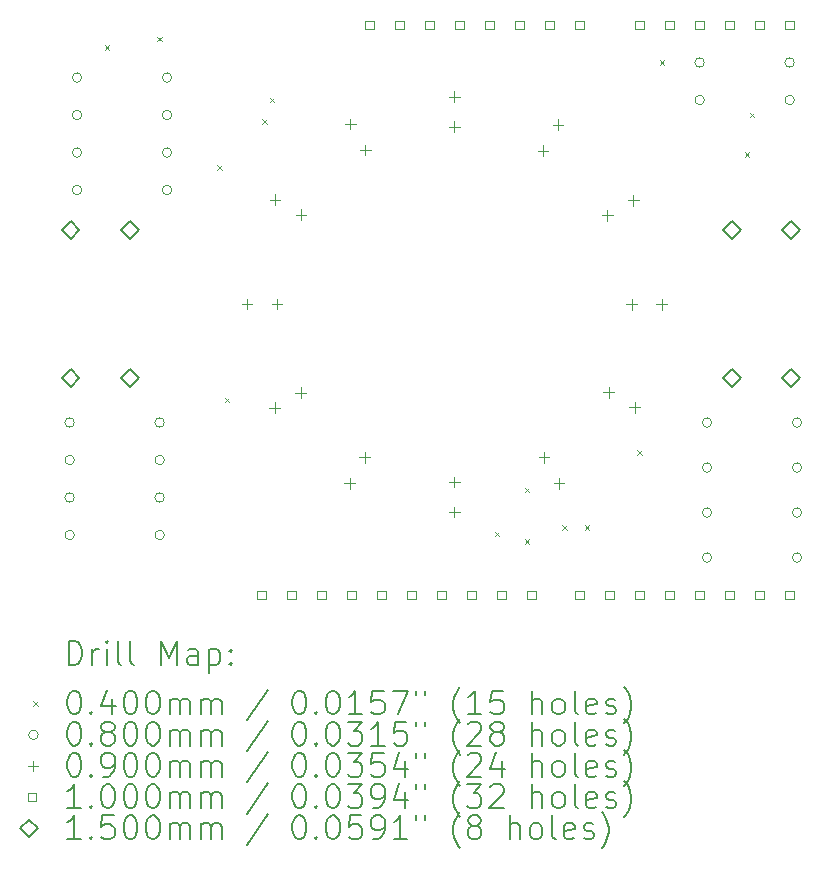
<source format=gbr>
%TF.GenerationSoftware,KiCad,Pcbnew,(6.0.7)*%
%TF.CreationDate,2022-08-22T17:27:25+09:00*%
%TF.ProjectId,LedRouletteShield,4c656452-6f75-46c6-9574-746553686965,rev?*%
%TF.SameCoordinates,Original*%
%TF.FileFunction,Drillmap*%
%TF.FilePolarity,Positive*%
%FSLAX45Y45*%
G04 Gerber Fmt 4.5, Leading zero omitted, Abs format (unit mm)*
G04 Created by KiCad (PCBNEW (6.0.7)) date 2022-08-22 17:27:25*
%MOMM*%
%LPD*%
G01*
G04 APERTURE LIST*
%ADD10C,0.200000*%
%ADD11C,0.040000*%
%ADD12C,0.080000*%
%ADD13C,0.090000*%
%ADD14C,0.100000*%
%ADD15C,0.150000*%
G04 APERTURE END LIST*
D10*
D11*
X14839000Y-3409000D02*
X14879000Y-3449000D01*
X14879000Y-3409000D02*
X14839000Y-3449000D01*
X15283500Y-3336550D02*
X15323500Y-3376550D01*
X15323500Y-3336550D02*
X15283500Y-3376550D01*
X15791500Y-4425000D02*
X15831500Y-4465000D01*
X15831500Y-4425000D02*
X15791500Y-4465000D01*
X15855000Y-6393500D02*
X15895000Y-6433500D01*
X15895000Y-6393500D02*
X15855000Y-6433500D01*
X16172500Y-4035050D02*
X16212500Y-4075050D01*
X16212500Y-4035050D02*
X16172500Y-4075050D01*
X16236000Y-3853500D02*
X16276000Y-3893500D01*
X16276000Y-3853500D02*
X16236000Y-3893500D01*
X18141000Y-7527550D02*
X18181000Y-7567550D01*
X18181000Y-7527550D02*
X18141000Y-7567550D01*
X18395000Y-7155500D02*
X18435000Y-7195500D01*
X18435000Y-7155500D02*
X18395000Y-7195500D01*
X18395000Y-7591050D02*
X18435000Y-7631050D01*
X18435000Y-7591050D02*
X18395000Y-7631050D01*
X18712500Y-7473000D02*
X18752500Y-7513000D01*
X18752500Y-7473000D02*
X18712500Y-7513000D01*
X18903000Y-7473000D02*
X18943000Y-7513000D01*
X18943000Y-7473000D02*
X18903000Y-7513000D01*
X19347500Y-6838000D02*
X19387500Y-6878000D01*
X19387500Y-6838000D02*
X19347500Y-6878000D01*
X19538000Y-3536000D02*
X19578000Y-3576000D01*
X19578000Y-3536000D02*
X19538000Y-3576000D01*
X20255980Y-4317480D02*
X20295980Y-4357480D01*
X20295980Y-4317480D02*
X20255980Y-4357480D01*
X20300000Y-3980500D02*
X20340000Y-4020500D01*
X20340000Y-3980500D02*
X20300000Y-4020500D01*
D12*
X14581500Y-6604000D02*
G75*
G03*
X14581500Y-6604000I-40000J0D01*
G01*
X14581500Y-6921500D02*
G75*
G03*
X14581500Y-6921500I-40000J0D01*
G01*
X14581500Y-7239000D02*
G75*
G03*
X14581500Y-7239000I-40000J0D01*
G01*
X14581500Y-7556500D02*
G75*
G03*
X14581500Y-7556500I-40000J0D01*
G01*
X14645000Y-3683000D02*
G75*
G03*
X14645000Y-3683000I-40000J0D01*
G01*
X14645000Y-4000500D02*
G75*
G03*
X14645000Y-4000500I-40000J0D01*
G01*
X14645000Y-4318000D02*
G75*
G03*
X14645000Y-4318000I-40000J0D01*
G01*
X14645000Y-4635500D02*
G75*
G03*
X14645000Y-4635500I-40000J0D01*
G01*
X15343500Y-6604000D02*
G75*
G03*
X15343500Y-6604000I-40000J0D01*
G01*
X15343500Y-6921500D02*
G75*
G03*
X15343500Y-6921500I-40000J0D01*
G01*
X15343500Y-7239000D02*
G75*
G03*
X15343500Y-7239000I-40000J0D01*
G01*
X15343500Y-7556500D02*
G75*
G03*
X15343500Y-7556500I-40000J0D01*
G01*
X15407000Y-3683000D02*
G75*
G03*
X15407000Y-3683000I-40000J0D01*
G01*
X15407000Y-4000500D02*
G75*
G03*
X15407000Y-4000500I-40000J0D01*
G01*
X15407000Y-4318000D02*
G75*
G03*
X15407000Y-4318000I-40000J0D01*
G01*
X15407000Y-4635500D02*
G75*
G03*
X15407000Y-4635500I-40000J0D01*
G01*
X19915500Y-3556000D02*
G75*
G03*
X19915500Y-3556000I-40000J0D01*
G01*
X19915500Y-3873500D02*
G75*
G03*
X19915500Y-3873500I-40000J0D01*
G01*
X19979000Y-6604000D02*
G75*
G03*
X19979000Y-6604000I-40000J0D01*
G01*
X19979000Y-6985000D02*
G75*
G03*
X19979000Y-6985000I-40000J0D01*
G01*
X19979000Y-7366000D02*
G75*
G03*
X19979000Y-7366000I-40000J0D01*
G01*
X19979000Y-7747000D02*
G75*
G03*
X19979000Y-7747000I-40000J0D01*
G01*
X20677500Y-3556000D02*
G75*
G03*
X20677500Y-3556000I-40000J0D01*
G01*
X20677500Y-3873500D02*
G75*
G03*
X20677500Y-3873500I-40000J0D01*
G01*
X20741000Y-6604000D02*
G75*
G03*
X20741000Y-6604000I-40000J0D01*
G01*
X20741000Y-6985000D02*
G75*
G03*
X20741000Y-6985000I-40000J0D01*
G01*
X20741000Y-7366000D02*
G75*
G03*
X20741000Y-7366000I-40000J0D01*
G01*
X20741000Y-7747000D02*
G75*
G03*
X20741000Y-7747000I-40000J0D01*
G01*
D13*
X16042500Y-5557000D02*
X16042500Y-5647000D01*
X15997500Y-5602000D02*
X16087500Y-5602000D01*
X16277029Y-6432000D02*
X16277029Y-6522000D01*
X16232029Y-6477000D02*
X16322029Y-6477000D01*
X16282029Y-4673000D02*
X16282029Y-4763000D01*
X16237029Y-4718000D02*
X16327029Y-4718000D01*
X16296500Y-5557000D02*
X16296500Y-5647000D01*
X16251500Y-5602000D02*
X16341500Y-5602000D01*
X16497000Y-6305000D02*
X16497000Y-6395000D01*
X16452000Y-6350000D02*
X16542000Y-6350000D01*
X16502000Y-4800000D02*
X16502000Y-4890000D01*
X16457000Y-4845000D02*
X16547000Y-4845000D01*
X16912000Y-7074970D02*
X16912000Y-7164970D01*
X16867000Y-7119970D02*
X16957000Y-7119970D01*
X16918000Y-4033029D02*
X16918000Y-4123029D01*
X16873000Y-4078029D02*
X16963000Y-4078029D01*
X17039000Y-6855000D02*
X17039000Y-6945000D01*
X16994000Y-6900000D02*
X17084000Y-6900000D01*
X17045000Y-4253000D02*
X17045000Y-4343000D01*
X17000000Y-4298000D02*
X17090000Y-4298000D01*
X17798000Y-7062000D02*
X17798000Y-7152000D01*
X17753000Y-7107000D02*
X17843000Y-7107000D01*
X17798000Y-7316000D02*
X17798000Y-7406000D01*
X17753000Y-7361000D02*
X17843000Y-7361000D01*
X17800000Y-3801000D02*
X17800000Y-3891000D01*
X17755000Y-3846000D02*
X17845000Y-3846000D01*
X17800000Y-4055000D02*
X17800000Y-4145000D01*
X17755000Y-4100000D02*
X17845000Y-4100000D01*
X18550000Y-4258000D02*
X18550000Y-4348000D01*
X18505000Y-4303000D02*
X18595000Y-4303000D01*
X18558000Y-6853000D02*
X18558000Y-6943000D01*
X18513000Y-6898000D02*
X18603000Y-6898000D01*
X18677000Y-4038029D02*
X18677000Y-4128029D01*
X18632000Y-4083029D02*
X18722000Y-4083029D01*
X18685000Y-7072970D02*
X18685000Y-7162970D01*
X18640000Y-7117970D02*
X18730000Y-7117970D01*
X19095000Y-4805000D02*
X19095000Y-4895000D01*
X19050000Y-4850000D02*
X19140000Y-4850000D01*
X19105000Y-6303000D02*
X19105000Y-6393000D01*
X19060000Y-6348000D02*
X19150000Y-6348000D01*
X19301000Y-5559000D02*
X19301000Y-5649000D01*
X19256000Y-5604000D02*
X19346000Y-5604000D01*
X19314971Y-4678000D02*
X19314971Y-4768000D01*
X19269971Y-4723000D02*
X19359971Y-4723000D01*
X19324971Y-6430000D02*
X19324971Y-6520000D01*
X19279971Y-6475000D02*
X19369971Y-6475000D01*
X19555000Y-5559000D02*
X19555000Y-5649000D01*
X19510000Y-5604000D02*
X19600000Y-5604000D01*
D14*
X16202856Y-8099856D02*
X16202856Y-8029144D01*
X16132144Y-8029144D01*
X16132144Y-8099856D01*
X16202856Y-8099856D01*
X16456856Y-8099856D02*
X16456856Y-8029144D01*
X16386144Y-8029144D01*
X16386144Y-8099856D01*
X16456856Y-8099856D01*
X16710856Y-8099856D02*
X16710856Y-8029144D01*
X16640144Y-8029144D01*
X16640144Y-8099856D01*
X16710856Y-8099856D01*
X16964856Y-8099856D02*
X16964856Y-8029144D01*
X16894144Y-8029144D01*
X16894144Y-8099856D01*
X16964856Y-8099856D01*
X17116856Y-3273856D02*
X17116856Y-3203144D01*
X17046144Y-3203144D01*
X17046144Y-3273856D01*
X17116856Y-3273856D01*
X17218856Y-8099856D02*
X17218856Y-8029144D01*
X17148144Y-8029144D01*
X17148144Y-8099856D01*
X17218856Y-8099856D01*
X17370856Y-3273856D02*
X17370856Y-3203144D01*
X17300144Y-3203144D01*
X17300144Y-3273856D01*
X17370856Y-3273856D01*
X17472856Y-8099856D02*
X17472856Y-8029144D01*
X17402144Y-8029144D01*
X17402144Y-8099856D01*
X17472856Y-8099856D01*
X17624856Y-3273856D02*
X17624856Y-3203144D01*
X17554144Y-3203144D01*
X17554144Y-3273856D01*
X17624856Y-3273856D01*
X17726856Y-8099856D02*
X17726856Y-8029144D01*
X17656144Y-8029144D01*
X17656144Y-8099856D01*
X17726856Y-8099856D01*
X17878856Y-3273856D02*
X17878856Y-3203144D01*
X17808144Y-3203144D01*
X17808144Y-3273856D01*
X17878856Y-3273856D01*
X17980856Y-8099856D02*
X17980856Y-8029144D01*
X17910144Y-8029144D01*
X17910144Y-8099856D01*
X17980856Y-8099856D01*
X18132856Y-3273856D02*
X18132856Y-3203144D01*
X18062144Y-3203144D01*
X18062144Y-3273856D01*
X18132856Y-3273856D01*
X18234856Y-8099856D02*
X18234856Y-8029144D01*
X18164144Y-8029144D01*
X18164144Y-8099856D01*
X18234856Y-8099856D01*
X18386856Y-3273856D02*
X18386856Y-3203144D01*
X18316144Y-3203144D01*
X18316144Y-3273856D01*
X18386856Y-3273856D01*
X18488856Y-8099856D02*
X18488856Y-8029144D01*
X18418144Y-8029144D01*
X18418144Y-8099856D01*
X18488856Y-8099856D01*
X18640856Y-3273856D02*
X18640856Y-3203144D01*
X18570144Y-3203144D01*
X18570144Y-3273856D01*
X18640856Y-3273856D01*
X18894856Y-3273856D02*
X18894856Y-3203144D01*
X18824144Y-3203144D01*
X18824144Y-3273856D01*
X18894856Y-3273856D01*
X18894856Y-8099856D02*
X18894856Y-8029144D01*
X18824144Y-8029144D01*
X18824144Y-8099856D01*
X18894856Y-8099856D01*
X19148856Y-8099856D02*
X19148856Y-8029144D01*
X19078144Y-8029144D01*
X19078144Y-8099856D01*
X19148856Y-8099856D01*
X19402856Y-3273856D02*
X19402856Y-3203144D01*
X19332144Y-3203144D01*
X19332144Y-3273856D01*
X19402856Y-3273856D01*
X19402856Y-8099856D02*
X19402856Y-8029144D01*
X19332144Y-8029144D01*
X19332144Y-8099856D01*
X19402856Y-8099856D01*
X19656856Y-3273856D02*
X19656856Y-3203144D01*
X19586144Y-3203144D01*
X19586144Y-3273856D01*
X19656856Y-3273856D01*
X19656856Y-8099856D02*
X19656856Y-8029144D01*
X19586144Y-8029144D01*
X19586144Y-8099856D01*
X19656856Y-8099856D01*
X19910856Y-3273856D02*
X19910856Y-3203144D01*
X19840144Y-3203144D01*
X19840144Y-3273856D01*
X19910856Y-3273856D01*
X19910856Y-8099856D02*
X19910856Y-8029144D01*
X19840144Y-8029144D01*
X19840144Y-8099856D01*
X19910856Y-8099856D01*
X20164856Y-3273856D02*
X20164856Y-3203144D01*
X20094144Y-3203144D01*
X20094144Y-3273856D01*
X20164856Y-3273856D01*
X20164856Y-8099856D02*
X20164856Y-8029144D01*
X20094144Y-8029144D01*
X20094144Y-8099856D01*
X20164856Y-8099856D01*
X20418856Y-3273856D02*
X20418856Y-3203144D01*
X20348144Y-3203144D01*
X20348144Y-3273856D01*
X20418856Y-3273856D01*
X20418856Y-8099856D02*
X20418856Y-8029144D01*
X20348144Y-8029144D01*
X20348144Y-8099856D01*
X20418856Y-8099856D01*
X20672856Y-3273856D02*
X20672856Y-3203144D01*
X20602144Y-3203144D01*
X20602144Y-3273856D01*
X20672856Y-3273856D01*
X20672856Y-8099856D02*
X20672856Y-8029144D01*
X20602144Y-8029144D01*
X20602144Y-8099856D01*
X20672856Y-8099856D01*
D15*
X14550000Y-5050000D02*
X14625000Y-4975000D01*
X14550000Y-4900000D01*
X14475000Y-4975000D01*
X14550000Y-5050000D01*
X14550000Y-6300000D02*
X14625000Y-6225000D01*
X14550000Y-6150000D01*
X14475000Y-6225000D01*
X14550000Y-6300000D01*
X15050000Y-5050000D02*
X15125000Y-4975000D01*
X15050000Y-4900000D01*
X14975000Y-4975000D01*
X15050000Y-5050000D01*
X15050000Y-6300000D02*
X15125000Y-6225000D01*
X15050000Y-6150000D01*
X14975000Y-6225000D01*
X15050000Y-6300000D01*
X20150000Y-5050000D02*
X20225000Y-4975000D01*
X20150000Y-4900000D01*
X20075000Y-4975000D01*
X20150000Y-5050000D01*
X20150000Y-6300000D02*
X20225000Y-6225000D01*
X20150000Y-6150000D01*
X20075000Y-6225000D01*
X20150000Y-6300000D01*
X20650000Y-5050000D02*
X20725000Y-4975000D01*
X20650000Y-4900000D01*
X20575000Y-4975000D01*
X20650000Y-5050000D01*
X20650000Y-6300000D02*
X20725000Y-6225000D01*
X20650000Y-6150000D01*
X20575000Y-6225000D01*
X20650000Y-6300000D01*
D10*
X14533119Y-8654976D02*
X14533119Y-8454976D01*
X14580738Y-8454976D01*
X14609309Y-8464500D01*
X14628357Y-8483548D01*
X14637881Y-8502595D01*
X14647405Y-8540690D01*
X14647405Y-8569262D01*
X14637881Y-8607357D01*
X14628357Y-8626405D01*
X14609309Y-8645452D01*
X14580738Y-8654976D01*
X14533119Y-8654976D01*
X14733119Y-8654976D02*
X14733119Y-8521643D01*
X14733119Y-8559738D02*
X14742643Y-8540690D01*
X14752167Y-8531167D01*
X14771214Y-8521643D01*
X14790262Y-8521643D01*
X14856928Y-8654976D02*
X14856928Y-8521643D01*
X14856928Y-8454976D02*
X14847405Y-8464500D01*
X14856928Y-8474024D01*
X14866452Y-8464500D01*
X14856928Y-8454976D01*
X14856928Y-8474024D01*
X14980738Y-8654976D02*
X14961690Y-8645452D01*
X14952167Y-8626405D01*
X14952167Y-8454976D01*
X15085500Y-8654976D02*
X15066452Y-8645452D01*
X15056928Y-8626405D01*
X15056928Y-8454976D01*
X15314071Y-8654976D02*
X15314071Y-8454976D01*
X15380738Y-8597833D01*
X15447405Y-8454976D01*
X15447405Y-8654976D01*
X15628357Y-8654976D02*
X15628357Y-8550214D01*
X15618833Y-8531167D01*
X15599786Y-8521643D01*
X15561690Y-8521643D01*
X15542643Y-8531167D01*
X15628357Y-8645452D02*
X15609309Y-8654976D01*
X15561690Y-8654976D01*
X15542643Y-8645452D01*
X15533119Y-8626405D01*
X15533119Y-8607357D01*
X15542643Y-8588310D01*
X15561690Y-8578786D01*
X15609309Y-8578786D01*
X15628357Y-8569262D01*
X15723595Y-8521643D02*
X15723595Y-8721643D01*
X15723595Y-8531167D02*
X15742643Y-8521643D01*
X15780738Y-8521643D01*
X15799786Y-8531167D01*
X15809309Y-8540690D01*
X15818833Y-8559738D01*
X15818833Y-8616881D01*
X15809309Y-8635929D01*
X15799786Y-8645452D01*
X15780738Y-8654976D01*
X15742643Y-8654976D01*
X15723595Y-8645452D01*
X15904548Y-8635929D02*
X15914071Y-8645452D01*
X15904548Y-8654976D01*
X15895024Y-8645452D01*
X15904548Y-8635929D01*
X15904548Y-8654976D01*
X15904548Y-8531167D02*
X15914071Y-8540690D01*
X15904548Y-8550214D01*
X15895024Y-8540690D01*
X15904548Y-8531167D01*
X15904548Y-8550214D01*
D11*
X14235500Y-8964500D02*
X14275500Y-9004500D01*
X14275500Y-8964500D02*
X14235500Y-9004500D01*
D10*
X14571214Y-8874976D02*
X14590262Y-8874976D01*
X14609309Y-8884500D01*
X14618833Y-8894024D01*
X14628357Y-8913071D01*
X14637881Y-8951167D01*
X14637881Y-8998786D01*
X14628357Y-9036881D01*
X14618833Y-9055929D01*
X14609309Y-9065452D01*
X14590262Y-9074976D01*
X14571214Y-9074976D01*
X14552167Y-9065452D01*
X14542643Y-9055929D01*
X14533119Y-9036881D01*
X14523595Y-8998786D01*
X14523595Y-8951167D01*
X14533119Y-8913071D01*
X14542643Y-8894024D01*
X14552167Y-8884500D01*
X14571214Y-8874976D01*
X14723595Y-9055929D02*
X14733119Y-9065452D01*
X14723595Y-9074976D01*
X14714071Y-9065452D01*
X14723595Y-9055929D01*
X14723595Y-9074976D01*
X14904548Y-8941643D02*
X14904548Y-9074976D01*
X14856928Y-8865452D02*
X14809309Y-9008310D01*
X14933119Y-9008310D01*
X15047405Y-8874976D02*
X15066452Y-8874976D01*
X15085500Y-8884500D01*
X15095024Y-8894024D01*
X15104548Y-8913071D01*
X15114071Y-8951167D01*
X15114071Y-8998786D01*
X15104548Y-9036881D01*
X15095024Y-9055929D01*
X15085500Y-9065452D01*
X15066452Y-9074976D01*
X15047405Y-9074976D01*
X15028357Y-9065452D01*
X15018833Y-9055929D01*
X15009309Y-9036881D01*
X14999786Y-8998786D01*
X14999786Y-8951167D01*
X15009309Y-8913071D01*
X15018833Y-8894024D01*
X15028357Y-8884500D01*
X15047405Y-8874976D01*
X15237881Y-8874976D02*
X15256928Y-8874976D01*
X15275976Y-8884500D01*
X15285500Y-8894024D01*
X15295024Y-8913071D01*
X15304548Y-8951167D01*
X15304548Y-8998786D01*
X15295024Y-9036881D01*
X15285500Y-9055929D01*
X15275976Y-9065452D01*
X15256928Y-9074976D01*
X15237881Y-9074976D01*
X15218833Y-9065452D01*
X15209309Y-9055929D01*
X15199786Y-9036881D01*
X15190262Y-8998786D01*
X15190262Y-8951167D01*
X15199786Y-8913071D01*
X15209309Y-8894024D01*
X15218833Y-8884500D01*
X15237881Y-8874976D01*
X15390262Y-9074976D02*
X15390262Y-8941643D01*
X15390262Y-8960690D02*
X15399786Y-8951167D01*
X15418833Y-8941643D01*
X15447405Y-8941643D01*
X15466452Y-8951167D01*
X15475976Y-8970214D01*
X15475976Y-9074976D01*
X15475976Y-8970214D02*
X15485500Y-8951167D01*
X15504548Y-8941643D01*
X15533119Y-8941643D01*
X15552167Y-8951167D01*
X15561690Y-8970214D01*
X15561690Y-9074976D01*
X15656928Y-9074976D02*
X15656928Y-8941643D01*
X15656928Y-8960690D02*
X15666452Y-8951167D01*
X15685500Y-8941643D01*
X15714071Y-8941643D01*
X15733119Y-8951167D01*
X15742643Y-8970214D01*
X15742643Y-9074976D01*
X15742643Y-8970214D02*
X15752167Y-8951167D01*
X15771214Y-8941643D01*
X15799786Y-8941643D01*
X15818833Y-8951167D01*
X15828357Y-8970214D01*
X15828357Y-9074976D01*
X16218833Y-8865452D02*
X16047405Y-9122595D01*
X16475976Y-8874976D02*
X16495024Y-8874976D01*
X16514071Y-8884500D01*
X16523595Y-8894024D01*
X16533119Y-8913071D01*
X16542643Y-8951167D01*
X16542643Y-8998786D01*
X16533119Y-9036881D01*
X16523595Y-9055929D01*
X16514071Y-9065452D01*
X16495024Y-9074976D01*
X16475976Y-9074976D01*
X16456928Y-9065452D01*
X16447405Y-9055929D01*
X16437881Y-9036881D01*
X16428357Y-8998786D01*
X16428357Y-8951167D01*
X16437881Y-8913071D01*
X16447405Y-8894024D01*
X16456928Y-8884500D01*
X16475976Y-8874976D01*
X16628357Y-9055929D02*
X16637881Y-9065452D01*
X16628357Y-9074976D01*
X16618833Y-9065452D01*
X16628357Y-9055929D01*
X16628357Y-9074976D01*
X16761690Y-8874976D02*
X16780738Y-8874976D01*
X16799786Y-8884500D01*
X16809310Y-8894024D01*
X16818833Y-8913071D01*
X16828357Y-8951167D01*
X16828357Y-8998786D01*
X16818833Y-9036881D01*
X16809310Y-9055929D01*
X16799786Y-9065452D01*
X16780738Y-9074976D01*
X16761690Y-9074976D01*
X16742643Y-9065452D01*
X16733119Y-9055929D01*
X16723595Y-9036881D01*
X16714071Y-8998786D01*
X16714071Y-8951167D01*
X16723595Y-8913071D01*
X16733119Y-8894024D01*
X16742643Y-8884500D01*
X16761690Y-8874976D01*
X17018833Y-9074976D02*
X16904548Y-9074976D01*
X16961690Y-9074976D02*
X16961690Y-8874976D01*
X16942643Y-8903548D01*
X16923595Y-8922595D01*
X16904548Y-8932119D01*
X17199786Y-8874976D02*
X17104548Y-8874976D01*
X17095024Y-8970214D01*
X17104548Y-8960690D01*
X17123595Y-8951167D01*
X17171214Y-8951167D01*
X17190262Y-8960690D01*
X17199786Y-8970214D01*
X17209310Y-8989262D01*
X17209310Y-9036881D01*
X17199786Y-9055929D01*
X17190262Y-9065452D01*
X17171214Y-9074976D01*
X17123595Y-9074976D01*
X17104548Y-9065452D01*
X17095024Y-9055929D01*
X17275976Y-8874976D02*
X17409310Y-8874976D01*
X17323595Y-9074976D01*
X17475976Y-8874976D02*
X17475976Y-8913071D01*
X17552167Y-8874976D02*
X17552167Y-8913071D01*
X17847405Y-9151167D02*
X17837881Y-9141643D01*
X17818833Y-9113071D01*
X17809310Y-9094024D01*
X17799786Y-9065452D01*
X17790262Y-9017833D01*
X17790262Y-8979738D01*
X17799786Y-8932119D01*
X17809310Y-8903548D01*
X17818833Y-8884500D01*
X17837881Y-8855929D01*
X17847405Y-8846405D01*
X18028357Y-9074976D02*
X17914071Y-9074976D01*
X17971214Y-9074976D02*
X17971214Y-8874976D01*
X17952167Y-8903548D01*
X17933119Y-8922595D01*
X17914071Y-8932119D01*
X18209310Y-8874976D02*
X18114071Y-8874976D01*
X18104548Y-8970214D01*
X18114071Y-8960690D01*
X18133119Y-8951167D01*
X18180738Y-8951167D01*
X18199786Y-8960690D01*
X18209310Y-8970214D01*
X18218833Y-8989262D01*
X18218833Y-9036881D01*
X18209310Y-9055929D01*
X18199786Y-9065452D01*
X18180738Y-9074976D01*
X18133119Y-9074976D01*
X18114071Y-9065452D01*
X18104548Y-9055929D01*
X18456929Y-9074976D02*
X18456929Y-8874976D01*
X18542643Y-9074976D02*
X18542643Y-8970214D01*
X18533119Y-8951167D01*
X18514071Y-8941643D01*
X18485500Y-8941643D01*
X18466452Y-8951167D01*
X18456929Y-8960690D01*
X18666452Y-9074976D02*
X18647405Y-9065452D01*
X18637881Y-9055929D01*
X18628357Y-9036881D01*
X18628357Y-8979738D01*
X18637881Y-8960690D01*
X18647405Y-8951167D01*
X18666452Y-8941643D01*
X18695024Y-8941643D01*
X18714071Y-8951167D01*
X18723595Y-8960690D01*
X18733119Y-8979738D01*
X18733119Y-9036881D01*
X18723595Y-9055929D01*
X18714071Y-9065452D01*
X18695024Y-9074976D01*
X18666452Y-9074976D01*
X18847405Y-9074976D02*
X18828357Y-9065452D01*
X18818833Y-9046405D01*
X18818833Y-8874976D01*
X18999786Y-9065452D02*
X18980738Y-9074976D01*
X18942643Y-9074976D01*
X18923595Y-9065452D01*
X18914071Y-9046405D01*
X18914071Y-8970214D01*
X18923595Y-8951167D01*
X18942643Y-8941643D01*
X18980738Y-8941643D01*
X18999786Y-8951167D01*
X19009310Y-8970214D01*
X19009310Y-8989262D01*
X18914071Y-9008310D01*
X19085500Y-9065452D02*
X19104548Y-9074976D01*
X19142643Y-9074976D01*
X19161690Y-9065452D01*
X19171214Y-9046405D01*
X19171214Y-9036881D01*
X19161690Y-9017833D01*
X19142643Y-9008310D01*
X19114071Y-9008310D01*
X19095024Y-8998786D01*
X19085500Y-8979738D01*
X19085500Y-8970214D01*
X19095024Y-8951167D01*
X19114071Y-8941643D01*
X19142643Y-8941643D01*
X19161690Y-8951167D01*
X19237881Y-9151167D02*
X19247405Y-9141643D01*
X19266452Y-9113071D01*
X19275976Y-9094024D01*
X19285500Y-9065452D01*
X19295024Y-9017833D01*
X19295024Y-8979738D01*
X19285500Y-8932119D01*
X19275976Y-8903548D01*
X19266452Y-8884500D01*
X19247405Y-8855929D01*
X19237881Y-8846405D01*
D12*
X14275500Y-9248500D02*
G75*
G03*
X14275500Y-9248500I-40000J0D01*
G01*
D10*
X14571214Y-9138976D02*
X14590262Y-9138976D01*
X14609309Y-9148500D01*
X14618833Y-9158024D01*
X14628357Y-9177071D01*
X14637881Y-9215167D01*
X14637881Y-9262786D01*
X14628357Y-9300881D01*
X14618833Y-9319929D01*
X14609309Y-9329452D01*
X14590262Y-9338976D01*
X14571214Y-9338976D01*
X14552167Y-9329452D01*
X14542643Y-9319929D01*
X14533119Y-9300881D01*
X14523595Y-9262786D01*
X14523595Y-9215167D01*
X14533119Y-9177071D01*
X14542643Y-9158024D01*
X14552167Y-9148500D01*
X14571214Y-9138976D01*
X14723595Y-9319929D02*
X14733119Y-9329452D01*
X14723595Y-9338976D01*
X14714071Y-9329452D01*
X14723595Y-9319929D01*
X14723595Y-9338976D01*
X14847405Y-9224690D02*
X14828357Y-9215167D01*
X14818833Y-9205643D01*
X14809309Y-9186595D01*
X14809309Y-9177071D01*
X14818833Y-9158024D01*
X14828357Y-9148500D01*
X14847405Y-9138976D01*
X14885500Y-9138976D01*
X14904548Y-9148500D01*
X14914071Y-9158024D01*
X14923595Y-9177071D01*
X14923595Y-9186595D01*
X14914071Y-9205643D01*
X14904548Y-9215167D01*
X14885500Y-9224690D01*
X14847405Y-9224690D01*
X14828357Y-9234214D01*
X14818833Y-9243738D01*
X14809309Y-9262786D01*
X14809309Y-9300881D01*
X14818833Y-9319929D01*
X14828357Y-9329452D01*
X14847405Y-9338976D01*
X14885500Y-9338976D01*
X14904548Y-9329452D01*
X14914071Y-9319929D01*
X14923595Y-9300881D01*
X14923595Y-9262786D01*
X14914071Y-9243738D01*
X14904548Y-9234214D01*
X14885500Y-9224690D01*
X15047405Y-9138976D02*
X15066452Y-9138976D01*
X15085500Y-9148500D01*
X15095024Y-9158024D01*
X15104548Y-9177071D01*
X15114071Y-9215167D01*
X15114071Y-9262786D01*
X15104548Y-9300881D01*
X15095024Y-9319929D01*
X15085500Y-9329452D01*
X15066452Y-9338976D01*
X15047405Y-9338976D01*
X15028357Y-9329452D01*
X15018833Y-9319929D01*
X15009309Y-9300881D01*
X14999786Y-9262786D01*
X14999786Y-9215167D01*
X15009309Y-9177071D01*
X15018833Y-9158024D01*
X15028357Y-9148500D01*
X15047405Y-9138976D01*
X15237881Y-9138976D02*
X15256928Y-9138976D01*
X15275976Y-9148500D01*
X15285500Y-9158024D01*
X15295024Y-9177071D01*
X15304548Y-9215167D01*
X15304548Y-9262786D01*
X15295024Y-9300881D01*
X15285500Y-9319929D01*
X15275976Y-9329452D01*
X15256928Y-9338976D01*
X15237881Y-9338976D01*
X15218833Y-9329452D01*
X15209309Y-9319929D01*
X15199786Y-9300881D01*
X15190262Y-9262786D01*
X15190262Y-9215167D01*
X15199786Y-9177071D01*
X15209309Y-9158024D01*
X15218833Y-9148500D01*
X15237881Y-9138976D01*
X15390262Y-9338976D02*
X15390262Y-9205643D01*
X15390262Y-9224690D02*
X15399786Y-9215167D01*
X15418833Y-9205643D01*
X15447405Y-9205643D01*
X15466452Y-9215167D01*
X15475976Y-9234214D01*
X15475976Y-9338976D01*
X15475976Y-9234214D02*
X15485500Y-9215167D01*
X15504548Y-9205643D01*
X15533119Y-9205643D01*
X15552167Y-9215167D01*
X15561690Y-9234214D01*
X15561690Y-9338976D01*
X15656928Y-9338976D02*
X15656928Y-9205643D01*
X15656928Y-9224690D02*
X15666452Y-9215167D01*
X15685500Y-9205643D01*
X15714071Y-9205643D01*
X15733119Y-9215167D01*
X15742643Y-9234214D01*
X15742643Y-9338976D01*
X15742643Y-9234214D02*
X15752167Y-9215167D01*
X15771214Y-9205643D01*
X15799786Y-9205643D01*
X15818833Y-9215167D01*
X15828357Y-9234214D01*
X15828357Y-9338976D01*
X16218833Y-9129452D02*
X16047405Y-9386595D01*
X16475976Y-9138976D02*
X16495024Y-9138976D01*
X16514071Y-9148500D01*
X16523595Y-9158024D01*
X16533119Y-9177071D01*
X16542643Y-9215167D01*
X16542643Y-9262786D01*
X16533119Y-9300881D01*
X16523595Y-9319929D01*
X16514071Y-9329452D01*
X16495024Y-9338976D01*
X16475976Y-9338976D01*
X16456928Y-9329452D01*
X16447405Y-9319929D01*
X16437881Y-9300881D01*
X16428357Y-9262786D01*
X16428357Y-9215167D01*
X16437881Y-9177071D01*
X16447405Y-9158024D01*
X16456928Y-9148500D01*
X16475976Y-9138976D01*
X16628357Y-9319929D02*
X16637881Y-9329452D01*
X16628357Y-9338976D01*
X16618833Y-9329452D01*
X16628357Y-9319929D01*
X16628357Y-9338976D01*
X16761690Y-9138976D02*
X16780738Y-9138976D01*
X16799786Y-9148500D01*
X16809310Y-9158024D01*
X16818833Y-9177071D01*
X16828357Y-9215167D01*
X16828357Y-9262786D01*
X16818833Y-9300881D01*
X16809310Y-9319929D01*
X16799786Y-9329452D01*
X16780738Y-9338976D01*
X16761690Y-9338976D01*
X16742643Y-9329452D01*
X16733119Y-9319929D01*
X16723595Y-9300881D01*
X16714071Y-9262786D01*
X16714071Y-9215167D01*
X16723595Y-9177071D01*
X16733119Y-9158024D01*
X16742643Y-9148500D01*
X16761690Y-9138976D01*
X16895024Y-9138976D02*
X17018833Y-9138976D01*
X16952167Y-9215167D01*
X16980738Y-9215167D01*
X16999786Y-9224690D01*
X17009310Y-9234214D01*
X17018833Y-9253262D01*
X17018833Y-9300881D01*
X17009310Y-9319929D01*
X16999786Y-9329452D01*
X16980738Y-9338976D01*
X16923595Y-9338976D01*
X16904548Y-9329452D01*
X16895024Y-9319929D01*
X17209310Y-9338976D02*
X17095024Y-9338976D01*
X17152167Y-9338976D02*
X17152167Y-9138976D01*
X17133119Y-9167548D01*
X17114071Y-9186595D01*
X17095024Y-9196119D01*
X17390262Y-9138976D02*
X17295024Y-9138976D01*
X17285500Y-9234214D01*
X17295024Y-9224690D01*
X17314071Y-9215167D01*
X17361690Y-9215167D01*
X17380738Y-9224690D01*
X17390262Y-9234214D01*
X17399786Y-9253262D01*
X17399786Y-9300881D01*
X17390262Y-9319929D01*
X17380738Y-9329452D01*
X17361690Y-9338976D01*
X17314071Y-9338976D01*
X17295024Y-9329452D01*
X17285500Y-9319929D01*
X17475976Y-9138976D02*
X17475976Y-9177071D01*
X17552167Y-9138976D02*
X17552167Y-9177071D01*
X17847405Y-9415167D02*
X17837881Y-9405643D01*
X17818833Y-9377071D01*
X17809310Y-9358024D01*
X17799786Y-9329452D01*
X17790262Y-9281833D01*
X17790262Y-9243738D01*
X17799786Y-9196119D01*
X17809310Y-9167548D01*
X17818833Y-9148500D01*
X17837881Y-9119929D01*
X17847405Y-9110405D01*
X17914071Y-9158024D02*
X17923595Y-9148500D01*
X17942643Y-9138976D01*
X17990262Y-9138976D01*
X18009310Y-9148500D01*
X18018833Y-9158024D01*
X18028357Y-9177071D01*
X18028357Y-9196119D01*
X18018833Y-9224690D01*
X17904548Y-9338976D01*
X18028357Y-9338976D01*
X18142643Y-9224690D02*
X18123595Y-9215167D01*
X18114071Y-9205643D01*
X18104548Y-9186595D01*
X18104548Y-9177071D01*
X18114071Y-9158024D01*
X18123595Y-9148500D01*
X18142643Y-9138976D01*
X18180738Y-9138976D01*
X18199786Y-9148500D01*
X18209310Y-9158024D01*
X18218833Y-9177071D01*
X18218833Y-9186595D01*
X18209310Y-9205643D01*
X18199786Y-9215167D01*
X18180738Y-9224690D01*
X18142643Y-9224690D01*
X18123595Y-9234214D01*
X18114071Y-9243738D01*
X18104548Y-9262786D01*
X18104548Y-9300881D01*
X18114071Y-9319929D01*
X18123595Y-9329452D01*
X18142643Y-9338976D01*
X18180738Y-9338976D01*
X18199786Y-9329452D01*
X18209310Y-9319929D01*
X18218833Y-9300881D01*
X18218833Y-9262786D01*
X18209310Y-9243738D01*
X18199786Y-9234214D01*
X18180738Y-9224690D01*
X18456929Y-9338976D02*
X18456929Y-9138976D01*
X18542643Y-9338976D02*
X18542643Y-9234214D01*
X18533119Y-9215167D01*
X18514071Y-9205643D01*
X18485500Y-9205643D01*
X18466452Y-9215167D01*
X18456929Y-9224690D01*
X18666452Y-9338976D02*
X18647405Y-9329452D01*
X18637881Y-9319929D01*
X18628357Y-9300881D01*
X18628357Y-9243738D01*
X18637881Y-9224690D01*
X18647405Y-9215167D01*
X18666452Y-9205643D01*
X18695024Y-9205643D01*
X18714071Y-9215167D01*
X18723595Y-9224690D01*
X18733119Y-9243738D01*
X18733119Y-9300881D01*
X18723595Y-9319929D01*
X18714071Y-9329452D01*
X18695024Y-9338976D01*
X18666452Y-9338976D01*
X18847405Y-9338976D02*
X18828357Y-9329452D01*
X18818833Y-9310405D01*
X18818833Y-9138976D01*
X18999786Y-9329452D02*
X18980738Y-9338976D01*
X18942643Y-9338976D01*
X18923595Y-9329452D01*
X18914071Y-9310405D01*
X18914071Y-9234214D01*
X18923595Y-9215167D01*
X18942643Y-9205643D01*
X18980738Y-9205643D01*
X18999786Y-9215167D01*
X19009310Y-9234214D01*
X19009310Y-9253262D01*
X18914071Y-9272310D01*
X19085500Y-9329452D02*
X19104548Y-9338976D01*
X19142643Y-9338976D01*
X19161690Y-9329452D01*
X19171214Y-9310405D01*
X19171214Y-9300881D01*
X19161690Y-9281833D01*
X19142643Y-9272310D01*
X19114071Y-9272310D01*
X19095024Y-9262786D01*
X19085500Y-9243738D01*
X19085500Y-9234214D01*
X19095024Y-9215167D01*
X19114071Y-9205643D01*
X19142643Y-9205643D01*
X19161690Y-9215167D01*
X19237881Y-9415167D02*
X19247405Y-9405643D01*
X19266452Y-9377071D01*
X19275976Y-9358024D01*
X19285500Y-9329452D01*
X19295024Y-9281833D01*
X19295024Y-9243738D01*
X19285500Y-9196119D01*
X19275976Y-9167548D01*
X19266452Y-9148500D01*
X19247405Y-9119929D01*
X19237881Y-9110405D01*
D13*
X14230500Y-9467500D02*
X14230500Y-9557500D01*
X14185500Y-9512500D02*
X14275500Y-9512500D01*
D10*
X14571214Y-9402976D02*
X14590262Y-9402976D01*
X14609309Y-9412500D01*
X14618833Y-9422024D01*
X14628357Y-9441071D01*
X14637881Y-9479167D01*
X14637881Y-9526786D01*
X14628357Y-9564881D01*
X14618833Y-9583929D01*
X14609309Y-9593452D01*
X14590262Y-9602976D01*
X14571214Y-9602976D01*
X14552167Y-9593452D01*
X14542643Y-9583929D01*
X14533119Y-9564881D01*
X14523595Y-9526786D01*
X14523595Y-9479167D01*
X14533119Y-9441071D01*
X14542643Y-9422024D01*
X14552167Y-9412500D01*
X14571214Y-9402976D01*
X14723595Y-9583929D02*
X14733119Y-9593452D01*
X14723595Y-9602976D01*
X14714071Y-9593452D01*
X14723595Y-9583929D01*
X14723595Y-9602976D01*
X14828357Y-9602976D02*
X14866452Y-9602976D01*
X14885500Y-9593452D01*
X14895024Y-9583929D01*
X14914071Y-9555357D01*
X14923595Y-9517262D01*
X14923595Y-9441071D01*
X14914071Y-9422024D01*
X14904548Y-9412500D01*
X14885500Y-9402976D01*
X14847405Y-9402976D01*
X14828357Y-9412500D01*
X14818833Y-9422024D01*
X14809309Y-9441071D01*
X14809309Y-9488690D01*
X14818833Y-9507738D01*
X14828357Y-9517262D01*
X14847405Y-9526786D01*
X14885500Y-9526786D01*
X14904548Y-9517262D01*
X14914071Y-9507738D01*
X14923595Y-9488690D01*
X15047405Y-9402976D02*
X15066452Y-9402976D01*
X15085500Y-9412500D01*
X15095024Y-9422024D01*
X15104548Y-9441071D01*
X15114071Y-9479167D01*
X15114071Y-9526786D01*
X15104548Y-9564881D01*
X15095024Y-9583929D01*
X15085500Y-9593452D01*
X15066452Y-9602976D01*
X15047405Y-9602976D01*
X15028357Y-9593452D01*
X15018833Y-9583929D01*
X15009309Y-9564881D01*
X14999786Y-9526786D01*
X14999786Y-9479167D01*
X15009309Y-9441071D01*
X15018833Y-9422024D01*
X15028357Y-9412500D01*
X15047405Y-9402976D01*
X15237881Y-9402976D02*
X15256928Y-9402976D01*
X15275976Y-9412500D01*
X15285500Y-9422024D01*
X15295024Y-9441071D01*
X15304548Y-9479167D01*
X15304548Y-9526786D01*
X15295024Y-9564881D01*
X15285500Y-9583929D01*
X15275976Y-9593452D01*
X15256928Y-9602976D01*
X15237881Y-9602976D01*
X15218833Y-9593452D01*
X15209309Y-9583929D01*
X15199786Y-9564881D01*
X15190262Y-9526786D01*
X15190262Y-9479167D01*
X15199786Y-9441071D01*
X15209309Y-9422024D01*
X15218833Y-9412500D01*
X15237881Y-9402976D01*
X15390262Y-9602976D02*
X15390262Y-9469643D01*
X15390262Y-9488690D02*
X15399786Y-9479167D01*
X15418833Y-9469643D01*
X15447405Y-9469643D01*
X15466452Y-9479167D01*
X15475976Y-9498214D01*
X15475976Y-9602976D01*
X15475976Y-9498214D02*
X15485500Y-9479167D01*
X15504548Y-9469643D01*
X15533119Y-9469643D01*
X15552167Y-9479167D01*
X15561690Y-9498214D01*
X15561690Y-9602976D01*
X15656928Y-9602976D02*
X15656928Y-9469643D01*
X15656928Y-9488690D02*
X15666452Y-9479167D01*
X15685500Y-9469643D01*
X15714071Y-9469643D01*
X15733119Y-9479167D01*
X15742643Y-9498214D01*
X15742643Y-9602976D01*
X15742643Y-9498214D02*
X15752167Y-9479167D01*
X15771214Y-9469643D01*
X15799786Y-9469643D01*
X15818833Y-9479167D01*
X15828357Y-9498214D01*
X15828357Y-9602976D01*
X16218833Y-9393452D02*
X16047405Y-9650595D01*
X16475976Y-9402976D02*
X16495024Y-9402976D01*
X16514071Y-9412500D01*
X16523595Y-9422024D01*
X16533119Y-9441071D01*
X16542643Y-9479167D01*
X16542643Y-9526786D01*
X16533119Y-9564881D01*
X16523595Y-9583929D01*
X16514071Y-9593452D01*
X16495024Y-9602976D01*
X16475976Y-9602976D01*
X16456928Y-9593452D01*
X16447405Y-9583929D01*
X16437881Y-9564881D01*
X16428357Y-9526786D01*
X16428357Y-9479167D01*
X16437881Y-9441071D01*
X16447405Y-9422024D01*
X16456928Y-9412500D01*
X16475976Y-9402976D01*
X16628357Y-9583929D02*
X16637881Y-9593452D01*
X16628357Y-9602976D01*
X16618833Y-9593452D01*
X16628357Y-9583929D01*
X16628357Y-9602976D01*
X16761690Y-9402976D02*
X16780738Y-9402976D01*
X16799786Y-9412500D01*
X16809310Y-9422024D01*
X16818833Y-9441071D01*
X16828357Y-9479167D01*
X16828357Y-9526786D01*
X16818833Y-9564881D01*
X16809310Y-9583929D01*
X16799786Y-9593452D01*
X16780738Y-9602976D01*
X16761690Y-9602976D01*
X16742643Y-9593452D01*
X16733119Y-9583929D01*
X16723595Y-9564881D01*
X16714071Y-9526786D01*
X16714071Y-9479167D01*
X16723595Y-9441071D01*
X16733119Y-9422024D01*
X16742643Y-9412500D01*
X16761690Y-9402976D01*
X16895024Y-9402976D02*
X17018833Y-9402976D01*
X16952167Y-9479167D01*
X16980738Y-9479167D01*
X16999786Y-9488690D01*
X17009310Y-9498214D01*
X17018833Y-9517262D01*
X17018833Y-9564881D01*
X17009310Y-9583929D01*
X16999786Y-9593452D01*
X16980738Y-9602976D01*
X16923595Y-9602976D01*
X16904548Y-9593452D01*
X16895024Y-9583929D01*
X17199786Y-9402976D02*
X17104548Y-9402976D01*
X17095024Y-9498214D01*
X17104548Y-9488690D01*
X17123595Y-9479167D01*
X17171214Y-9479167D01*
X17190262Y-9488690D01*
X17199786Y-9498214D01*
X17209310Y-9517262D01*
X17209310Y-9564881D01*
X17199786Y-9583929D01*
X17190262Y-9593452D01*
X17171214Y-9602976D01*
X17123595Y-9602976D01*
X17104548Y-9593452D01*
X17095024Y-9583929D01*
X17380738Y-9469643D02*
X17380738Y-9602976D01*
X17333119Y-9393452D02*
X17285500Y-9536310D01*
X17409310Y-9536310D01*
X17475976Y-9402976D02*
X17475976Y-9441071D01*
X17552167Y-9402976D02*
X17552167Y-9441071D01*
X17847405Y-9679167D02*
X17837881Y-9669643D01*
X17818833Y-9641071D01*
X17809310Y-9622024D01*
X17799786Y-9593452D01*
X17790262Y-9545833D01*
X17790262Y-9507738D01*
X17799786Y-9460119D01*
X17809310Y-9431548D01*
X17818833Y-9412500D01*
X17837881Y-9383929D01*
X17847405Y-9374405D01*
X17914071Y-9422024D02*
X17923595Y-9412500D01*
X17942643Y-9402976D01*
X17990262Y-9402976D01*
X18009310Y-9412500D01*
X18018833Y-9422024D01*
X18028357Y-9441071D01*
X18028357Y-9460119D01*
X18018833Y-9488690D01*
X17904548Y-9602976D01*
X18028357Y-9602976D01*
X18199786Y-9469643D02*
X18199786Y-9602976D01*
X18152167Y-9393452D02*
X18104548Y-9536310D01*
X18228357Y-9536310D01*
X18456929Y-9602976D02*
X18456929Y-9402976D01*
X18542643Y-9602976D02*
X18542643Y-9498214D01*
X18533119Y-9479167D01*
X18514071Y-9469643D01*
X18485500Y-9469643D01*
X18466452Y-9479167D01*
X18456929Y-9488690D01*
X18666452Y-9602976D02*
X18647405Y-9593452D01*
X18637881Y-9583929D01*
X18628357Y-9564881D01*
X18628357Y-9507738D01*
X18637881Y-9488690D01*
X18647405Y-9479167D01*
X18666452Y-9469643D01*
X18695024Y-9469643D01*
X18714071Y-9479167D01*
X18723595Y-9488690D01*
X18733119Y-9507738D01*
X18733119Y-9564881D01*
X18723595Y-9583929D01*
X18714071Y-9593452D01*
X18695024Y-9602976D01*
X18666452Y-9602976D01*
X18847405Y-9602976D02*
X18828357Y-9593452D01*
X18818833Y-9574405D01*
X18818833Y-9402976D01*
X18999786Y-9593452D02*
X18980738Y-9602976D01*
X18942643Y-9602976D01*
X18923595Y-9593452D01*
X18914071Y-9574405D01*
X18914071Y-9498214D01*
X18923595Y-9479167D01*
X18942643Y-9469643D01*
X18980738Y-9469643D01*
X18999786Y-9479167D01*
X19009310Y-9498214D01*
X19009310Y-9517262D01*
X18914071Y-9536310D01*
X19085500Y-9593452D02*
X19104548Y-9602976D01*
X19142643Y-9602976D01*
X19161690Y-9593452D01*
X19171214Y-9574405D01*
X19171214Y-9564881D01*
X19161690Y-9545833D01*
X19142643Y-9536310D01*
X19114071Y-9536310D01*
X19095024Y-9526786D01*
X19085500Y-9507738D01*
X19085500Y-9498214D01*
X19095024Y-9479167D01*
X19114071Y-9469643D01*
X19142643Y-9469643D01*
X19161690Y-9479167D01*
X19237881Y-9679167D02*
X19247405Y-9669643D01*
X19266452Y-9641071D01*
X19275976Y-9622024D01*
X19285500Y-9593452D01*
X19295024Y-9545833D01*
X19295024Y-9507738D01*
X19285500Y-9460119D01*
X19275976Y-9431548D01*
X19266452Y-9412500D01*
X19247405Y-9383929D01*
X19237881Y-9374405D01*
D14*
X14260856Y-9811856D02*
X14260856Y-9741144D01*
X14190144Y-9741144D01*
X14190144Y-9811856D01*
X14260856Y-9811856D01*
D10*
X14637881Y-9866976D02*
X14523595Y-9866976D01*
X14580738Y-9866976D02*
X14580738Y-9666976D01*
X14561690Y-9695548D01*
X14542643Y-9714595D01*
X14523595Y-9724119D01*
X14723595Y-9847929D02*
X14733119Y-9857452D01*
X14723595Y-9866976D01*
X14714071Y-9857452D01*
X14723595Y-9847929D01*
X14723595Y-9866976D01*
X14856928Y-9666976D02*
X14875976Y-9666976D01*
X14895024Y-9676500D01*
X14904548Y-9686024D01*
X14914071Y-9705071D01*
X14923595Y-9743167D01*
X14923595Y-9790786D01*
X14914071Y-9828881D01*
X14904548Y-9847929D01*
X14895024Y-9857452D01*
X14875976Y-9866976D01*
X14856928Y-9866976D01*
X14837881Y-9857452D01*
X14828357Y-9847929D01*
X14818833Y-9828881D01*
X14809309Y-9790786D01*
X14809309Y-9743167D01*
X14818833Y-9705071D01*
X14828357Y-9686024D01*
X14837881Y-9676500D01*
X14856928Y-9666976D01*
X15047405Y-9666976D02*
X15066452Y-9666976D01*
X15085500Y-9676500D01*
X15095024Y-9686024D01*
X15104548Y-9705071D01*
X15114071Y-9743167D01*
X15114071Y-9790786D01*
X15104548Y-9828881D01*
X15095024Y-9847929D01*
X15085500Y-9857452D01*
X15066452Y-9866976D01*
X15047405Y-9866976D01*
X15028357Y-9857452D01*
X15018833Y-9847929D01*
X15009309Y-9828881D01*
X14999786Y-9790786D01*
X14999786Y-9743167D01*
X15009309Y-9705071D01*
X15018833Y-9686024D01*
X15028357Y-9676500D01*
X15047405Y-9666976D01*
X15237881Y-9666976D02*
X15256928Y-9666976D01*
X15275976Y-9676500D01*
X15285500Y-9686024D01*
X15295024Y-9705071D01*
X15304548Y-9743167D01*
X15304548Y-9790786D01*
X15295024Y-9828881D01*
X15285500Y-9847929D01*
X15275976Y-9857452D01*
X15256928Y-9866976D01*
X15237881Y-9866976D01*
X15218833Y-9857452D01*
X15209309Y-9847929D01*
X15199786Y-9828881D01*
X15190262Y-9790786D01*
X15190262Y-9743167D01*
X15199786Y-9705071D01*
X15209309Y-9686024D01*
X15218833Y-9676500D01*
X15237881Y-9666976D01*
X15390262Y-9866976D02*
X15390262Y-9733643D01*
X15390262Y-9752690D02*
X15399786Y-9743167D01*
X15418833Y-9733643D01*
X15447405Y-9733643D01*
X15466452Y-9743167D01*
X15475976Y-9762214D01*
X15475976Y-9866976D01*
X15475976Y-9762214D02*
X15485500Y-9743167D01*
X15504548Y-9733643D01*
X15533119Y-9733643D01*
X15552167Y-9743167D01*
X15561690Y-9762214D01*
X15561690Y-9866976D01*
X15656928Y-9866976D02*
X15656928Y-9733643D01*
X15656928Y-9752690D02*
X15666452Y-9743167D01*
X15685500Y-9733643D01*
X15714071Y-9733643D01*
X15733119Y-9743167D01*
X15742643Y-9762214D01*
X15742643Y-9866976D01*
X15742643Y-9762214D02*
X15752167Y-9743167D01*
X15771214Y-9733643D01*
X15799786Y-9733643D01*
X15818833Y-9743167D01*
X15828357Y-9762214D01*
X15828357Y-9866976D01*
X16218833Y-9657452D02*
X16047405Y-9914595D01*
X16475976Y-9666976D02*
X16495024Y-9666976D01*
X16514071Y-9676500D01*
X16523595Y-9686024D01*
X16533119Y-9705071D01*
X16542643Y-9743167D01*
X16542643Y-9790786D01*
X16533119Y-9828881D01*
X16523595Y-9847929D01*
X16514071Y-9857452D01*
X16495024Y-9866976D01*
X16475976Y-9866976D01*
X16456928Y-9857452D01*
X16447405Y-9847929D01*
X16437881Y-9828881D01*
X16428357Y-9790786D01*
X16428357Y-9743167D01*
X16437881Y-9705071D01*
X16447405Y-9686024D01*
X16456928Y-9676500D01*
X16475976Y-9666976D01*
X16628357Y-9847929D02*
X16637881Y-9857452D01*
X16628357Y-9866976D01*
X16618833Y-9857452D01*
X16628357Y-9847929D01*
X16628357Y-9866976D01*
X16761690Y-9666976D02*
X16780738Y-9666976D01*
X16799786Y-9676500D01*
X16809310Y-9686024D01*
X16818833Y-9705071D01*
X16828357Y-9743167D01*
X16828357Y-9790786D01*
X16818833Y-9828881D01*
X16809310Y-9847929D01*
X16799786Y-9857452D01*
X16780738Y-9866976D01*
X16761690Y-9866976D01*
X16742643Y-9857452D01*
X16733119Y-9847929D01*
X16723595Y-9828881D01*
X16714071Y-9790786D01*
X16714071Y-9743167D01*
X16723595Y-9705071D01*
X16733119Y-9686024D01*
X16742643Y-9676500D01*
X16761690Y-9666976D01*
X16895024Y-9666976D02*
X17018833Y-9666976D01*
X16952167Y-9743167D01*
X16980738Y-9743167D01*
X16999786Y-9752690D01*
X17009310Y-9762214D01*
X17018833Y-9781262D01*
X17018833Y-9828881D01*
X17009310Y-9847929D01*
X16999786Y-9857452D01*
X16980738Y-9866976D01*
X16923595Y-9866976D01*
X16904548Y-9857452D01*
X16895024Y-9847929D01*
X17114071Y-9866976D02*
X17152167Y-9866976D01*
X17171214Y-9857452D01*
X17180738Y-9847929D01*
X17199786Y-9819357D01*
X17209310Y-9781262D01*
X17209310Y-9705071D01*
X17199786Y-9686024D01*
X17190262Y-9676500D01*
X17171214Y-9666976D01*
X17133119Y-9666976D01*
X17114071Y-9676500D01*
X17104548Y-9686024D01*
X17095024Y-9705071D01*
X17095024Y-9752690D01*
X17104548Y-9771738D01*
X17114071Y-9781262D01*
X17133119Y-9790786D01*
X17171214Y-9790786D01*
X17190262Y-9781262D01*
X17199786Y-9771738D01*
X17209310Y-9752690D01*
X17380738Y-9733643D02*
X17380738Y-9866976D01*
X17333119Y-9657452D02*
X17285500Y-9800310D01*
X17409310Y-9800310D01*
X17475976Y-9666976D02*
X17475976Y-9705071D01*
X17552167Y-9666976D02*
X17552167Y-9705071D01*
X17847405Y-9943167D02*
X17837881Y-9933643D01*
X17818833Y-9905071D01*
X17809310Y-9886024D01*
X17799786Y-9857452D01*
X17790262Y-9809833D01*
X17790262Y-9771738D01*
X17799786Y-9724119D01*
X17809310Y-9695548D01*
X17818833Y-9676500D01*
X17837881Y-9647929D01*
X17847405Y-9638405D01*
X17904548Y-9666976D02*
X18028357Y-9666976D01*
X17961690Y-9743167D01*
X17990262Y-9743167D01*
X18009310Y-9752690D01*
X18018833Y-9762214D01*
X18028357Y-9781262D01*
X18028357Y-9828881D01*
X18018833Y-9847929D01*
X18009310Y-9857452D01*
X17990262Y-9866976D01*
X17933119Y-9866976D01*
X17914071Y-9857452D01*
X17904548Y-9847929D01*
X18104548Y-9686024D02*
X18114071Y-9676500D01*
X18133119Y-9666976D01*
X18180738Y-9666976D01*
X18199786Y-9676500D01*
X18209310Y-9686024D01*
X18218833Y-9705071D01*
X18218833Y-9724119D01*
X18209310Y-9752690D01*
X18095024Y-9866976D01*
X18218833Y-9866976D01*
X18456929Y-9866976D02*
X18456929Y-9666976D01*
X18542643Y-9866976D02*
X18542643Y-9762214D01*
X18533119Y-9743167D01*
X18514071Y-9733643D01*
X18485500Y-9733643D01*
X18466452Y-9743167D01*
X18456929Y-9752690D01*
X18666452Y-9866976D02*
X18647405Y-9857452D01*
X18637881Y-9847929D01*
X18628357Y-9828881D01*
X18628357Y-9771738D01*
X18637881Y-9752690D01*
X18647405Y-9743167D01*
X18666452Y-9733643D01*
X18695024Y-9733643D01*
X18714071Y-9743167D01*
X18723595Y-9752690D01*
X18733119Y-9771738D01*
X18733119Y-9828881D01*
X18723595Y-9847929D01*
X18714071Y-9857452D01*
X18695024Y-9866976D01*
X18666452Y-9866976D01*
X18847405Y-9866976D02*
X18828357Y-9857452D01*
X18818833Y-9838405D01*
X18818833Y-9666976D01*
X18999786Y-9857452D02*
X18980738Y-9866976D01*
X18942643Y-9866976D01*
X18923595Y-9857452D01*
X18914071Y-9838405D01*
X18914071Y-9762214D01*
X18923595Y-9743167D01*
X18942643Y-9733643D01*
X18980738Y-9733643D01*
X18999786Y-9743167D01*
X19009310Y-9762214D01*
X19009310Y-9781262D01*
X18914071Y-9800310D01*
X19085500Y-9857452D02*
X19104548Y-9866976D01*
X19142643Y-9866976D01*
X19161690Y-9857452D01*
X19171214Y-9838405D01*
X19171214Y-9828881D01*
X19161690Y-9809833D01*
X19142643Y-9800310D01*
X19114071Y-9800310D01*
X19095024Y-9790786D01*
X19085500Y-9771738D01*
X19085500Y-9762214D01*
X19095024Y-9743167D01*
X19114071Y-9733643D01*
X19142643Y-9733643D01*
X19161690Y-9743167D01*
X19237881Y-9943167D02*
X19247405Y-9933643D01*
X19266452Y-9905071D01*
X19275976Y-9886024D01*
X19285500Y-9857452D01*
X19295024Y-9809833D01*
X19295024Y-9771738D01*
X19285500Y-9724119D01*
X19275976Y-9695548D01*
X19266452Y-9676500D01*
X19247405Y-9647929D01*
X19237881Y-9638405D01*
D15*
X14200500Y-10115500D02*
X14275500Y-10040500D01*
X14200500Y-9965500D01*
X14125500Y-10040500D01*
X14200500Y-10115500D01*
D10*
X14637881Y-10130976D02*
X14523595Y-10130976D01*
X14580738Y-10130976D02*
X14580738Y-9930976D01*
X14561690Y-9959548D01*
X14542643Y-9978595D01*
X14523595Y-9988119D01*
X14723595Y-10111929D02*
X14733119Y-10121452D01*
X14723595Y-10130976D01*
X14714071Y-10121452D01*
X14723595Y-10111929D01*
X14723595Y-10130976D01*
X14914071Y-9930976D02*
X14818833Y-9930976D01*
X14809309Y-10026214D01*
X14818833Y-10016690D01*
X14837881Y-10007167D01*
X14885500Y-10007167D01*
X14904548Y-10016690D01*
X14914071Y-10026214D01*
X14923595Y-10045262D01*
X14923595Y-10092881D01*
X14914071Y-10111929D01*
X14904548Y-10121452D01*
X14885500Y-10130976D01*
X14837881Y-10130976D01*
X14818833Y-10121452D01*
X14809309Y-10111929D01*
X15047405Y-9930976D02*
X15066452Y-9930976D01*
X15085500Y-9940500D01*
X15095024Y-9950024D01*
X15104548Y-9969071D01*
X15114071Y-10007167D01*
X15114071Y-10054786D01*
X15104548Y-10092881D01*
X15095024Y-10111929D01*
X15085500Y-10121452D01*
X15066452Y-10130976D01*
X15047405Y-10130976D01*
X15028357Y-10121452D01*
X15018833Y-10111929D01*
X15009309Y-10092881D01*
X14999786Y-10054786D01*
X14999786Y-10007167D01*
X15009309Y-9969071D01*
X15018833Y-9950024D01*
X15028357Y-9940500D01*
X15047405Y-9930976D01*
X15237881Y-9930976D02*
X15256928Y-9930976D01*
X15275976Y-9940500D01*
X15285500Y-9950024D01*
X15295024Y-9969071D01*
X15304548Y-10007167D01*
X15304548Y-10054786D01*
X15295024Y-10092881D01*
X15285500Y-10111929D01*
X15275976Y-10121452D01*
X15256928Y-10130976D01*
X15237881Y-10130976D01*
X15218833Y-10121452D01*
X15209309Y-10111929D01*
X15199786Y-10092881D01*
X15190262Y-10054786D01*
X15190262Y-10007167D01*
X15199786Y-9969071D01*
X15209309Y-9950024D01*
X15218833Y-9940500D01*
X15237881Y-9930976D01*
X15390262Y-10130976D02*
X15390262Y-9997643D01*
X15390262Y-10016690D02*
X15399786Y-10007167D01*
X15418833Y-9997643D01*
X15447405Y-9997643D01*
X15466452Y-10007167D01*
X15475976Y-10026214D01*
X15475976Y-10130976D01*
X15475976Y-10026214D02*
X15485500Y-10007167D01*
X15504548Y-9997643D01*
X15533119Y-9997643D01*
X15552167Y-10007167D01*
X15561690Y-10026214D01*
X15561690Y-10130976D01*
X15656928Y-10130976D02*
X15656928Y-9997643D01*
X15656928Y-10016690D02*
X15666452Y-10007167D01*
X15685500Y-9997643D01*
X15714071Y-9997643D01*
X15733119Y-10007167D01*
X15742643Y-10026214D01*
X15742643Y-10130976D01*
X15742643Y-10026214D02*
X15752167Y-10007167D01*
X15771214Y-9997643D01*
X15799786Y-9997643D01*
X15818833Y-10007167D01*
X15828357Y-10026214D01*
X15828357Y-10130976D01*
X16218833Y-9921452D02*
X16047405Y-10178595D01*
X16475976Y-9930976D02*
X16495024Y-9930976D01*
X16514071Y-9940500D01*
X16523595Y-9950024D01*
X16533119Y-9969071D01*
X16542643Y-10007167D01*
X16542643Y-10054786D01*
X16533119Y-10092881D01*
X16523595Y-10111929D01*
X16514071Y-10121452D01*
X16495024Y-10130976D01*
X16475976Y-10130976D01*
X16456928Y-10121452D01*
X16447405Y-10111929D01*
X16437881Y-10092881D01*
X16428357Y-10054786D01*
X16428357Y-10007167D01*
X16437881Y-9969071D01*
X16447405Y-9950024D01*
X16456928Y-9940500D01*
X16475976Y-9930976D01*
X16628357Y-10111929D02*
X16637881Y-10121452D01*
X16628357Y-10130976D01*
X16618833Y-10121452D01*
X16628357Y-10111929D01*
X16628357Y-10130976D01*
X16761690Y-9930976D02*
X16780738Y-9930976D01*
X16799786Y-9940500D01*
X16809310Y-9950024D01*
X16818833Y-9969071D01*
X16828357Y-10007167D01*
X16828357Y-10054786D01*
X16818833Y-10092881D01*
X16809310Y-10111929D01*
X16799786Y-10121452D01*
X16780738Y-10130976D01*
X16761690Y-10130976D01*
X16742643Y-10121452D01*
X16733119Y-10111929D01*
X16723595Y-10092881D01*
X16714071Y-10054786D01*
X16714071Y-10007167D01*
X16723595Y-9969071D01*
X16733119Y-9950024D01*
X16742643Y-9940500D01*
X16761690Y-9930976D01*
X17009310Y-9930976D02*
X16914071Y-9930976D01*
X16904548Y-10026214D01*
X16914071Y-10016690D01*
X16933119Y-10007167D01*
X16980738Y-10007167D01*
X16999786Y-10016690D01*
X17009310Y-10026214D01*
X17018833Y-10045262D01*
X17018833Y-10092881D01*
X17009310Y-10111929D01*
X16999786Y-10121452D01*
X16980738Y-10130976D01*
X16933119Y-10130976D01*
X16914071Y-10121452D01*
X16904548Y-10111929D01*
X17114071Y-10130976D02*
X17152167Y-10130976D01*
X17171214Y-10121452D01*
X17180738Y-10111929D01*
X17199786Y-10083357D01*
X17209310Y-10045262D01*
X17209310Y-9969071D01*
X17199786Y-9950024D01*
X17190262Y-9940500D01*
X17171214Y-9930976D01*
X17133119Y-9930976D01*
X17114071Y-9940500D01*
X17104548Y-9950024D01*
X17095024Y-9969071D01*
X17095024Y-10016690D01*
X17104548Y-10035738D01*
X17114071Y-10045262D01*
X17133119Y-10054786D01*
X17171214Y-10054786D01*
X17190262Y-10045262D01*
X17199786Y-10035738D01*
X17209310Y-10016690D01*
X17399786Y-10130976D02*
X17285500Y-10130976D01*
X17342643Y-10130976D02*
X17342643Y-9930976D01*
X17323595Y-9959548D01*
X17304548Y-9978595D01*
X17285500Y-9988119D01*
X17475976Y-9930976D02*
X17475976Y-9969071D01*
X17552167Y-9930976D02*
X17552167Y-9969071D01*
X17847405Y-10207167D02*
X17837881Y-10197643D01*
X17818833Y-10169071D01*
X17809310Y-10150024D01*
X17799786Y-10121452D01*
X17790262Y-10073833D01*
X17790262Y-10035738D01*
X17799786Y-9988119D01*
X17809310Y-9959548D01*
X17818833Y-9940500D01*
X17837881Y-9911929D01*
X17847405Y-9902405D01*
X17952167Y-10016690D02*
X17933119Y-10007167D01*
X17923595Y-9997643D01*
X17914071Y-9978595D01*
X17914071Y-9969071D01*
X17923595Y-9950024D01*
X17933119Y-9940500D01*
X17952167Y-9930976D01*
X17990262Y-9930976D01*
X18009310Y-9940500D01*
X18018833Y-9950024D01*
X18028357Y-9969071D01*
X18028357Y-9978595D01*
X18018833Y-9997643D01*
X18009310Y-10007167D01*
X17990262Y-10016690D01*
X17952167Y-10016690D01*
X17933119Y-10026214D01*
X17923595Y-10035738D01*
X17914071Y-10054786D01*
X17914071Y-10092881D01*
X17923595Y-10111929D01*
X17933119Y-10121452D01*
X17952167Y-10130976D01*
X17990262Y-10130976D01*
X18009310Y-10121452D01*
X18018833Y-10111929D01*
X18028357Y-10092881D01*
X18028357Y-10054786D01*
X18018833Y-10035738D01*
X18009310Y-10026214D01*
X17990262Y-10016690D01*
X18266452Y-10130976D02*
X18266452Y-9930976D01*
X18352167Y-10130976D02*
X18352167Y-10026214D01*
X18342643Y-10007167D01*
X18323595Y-9997643D01*
X18295024Y-9997643D01*
X18275976Y-10007167D01*
X18266452Y-10016690D01*
X18475976Y-10130976D02*
X18456929Y-10121452D01*
X18447405Y-10111929D01*
X18437881Y-10092881D01*
X18437881Y-10035738D01*
X18447405Y-10016690D01*
X18456929Y-10007167D01*
X18475976Y-9997643D01*
X18504548Y-9997643D01*
X18523595Y-10007167D01*
X18533119Y-10016690D01*
X18542643Y-10035738D01*
X18542643Y-10092881D01*
X18533119Y-10111929D01*
X18523595Y-10121452D01*
X18504548Y-10130976D01*
X18475976Y-10130976D01*
X18656929Y-10130976D02*
X18637881Y-10121452D01*
X18628357Y-10102405D01*
X18628357Y-9930976D01*
X18809310Y-10121452D02*
X18790262Y-10130976D01*
X18752167Y-10130976D01*
X18733119Y-10121452D01*
X18723595Y-10102405D01*
X18723595Y-10026214D01*
X18733119Y-10007167D01*
X18752167Y-9997643D01*
X18790262Y-9997643D01*
X18809310Y-10007167D01*
X18818833Y-10026214D01*
X18818833Y-10045262D01*
X18723595Y-10064310D01*
X18895024Y-10121452D02*
X18914071Y-10130976D01*
X18952167Y-10130976D01*
X18971214Y-10121452D01*
X18980738Y-10102405D01*
X18980738Y-10092881D01*
X18971214Y-10073833D01*
X18952167Y-10064310D01*
X18923595Y-10064310D01*
X18904548Y-10054786D01*
X18895024Y-10035738D01*
X18895024Y-10026214D01*
X18904548Y-10007167D01*
X18923595Y-9997643D01*
X18952167Y-9997643D01*
X18971214Y-10007167D01*
X19047405Y-10207167D02*
X19056929Y-10197643D01*
X19075976Y-10169071D01*
X19085500Y-10150024D01*
X19095024Y-10121452D01*
X19104548Y-10073833D01*
X19104548Y-10035738D01*
X19095024Y-9988119D01*
X19085500Y-9959548D01*
X19075976Y-9940500D01*
X19056929Y-9911929D01*
X19047405Y-9902405D01*
M02*

</source>
